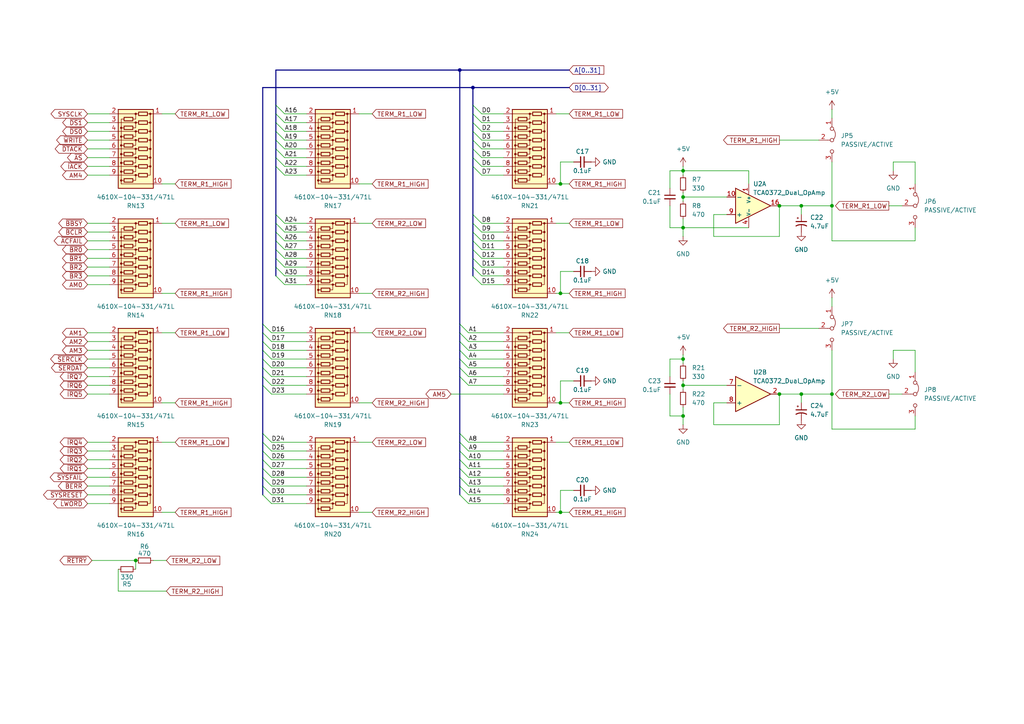
<source format=kicad_sch>
(kicad_sch (version 20231120) (generator "eeschema") (generator_version "8.0")
  (paper "A4")
  (title_block (title "6-Slot Backplane") (rev "1"))
  (lib_symbols
    (symbol "Computie_Miscellaneous:R_Network_Dividers_x08_SIP_Small" (pin_names (offset 0) hide)
      (property "Reference" "RN" (at -12.7 0 90))
      (property "Value" "R_Network_Dividers_x08_SIP_Small" (at 12.7 0 90))
      (symbol "R_Network_Dividers_x08_SIP_Small_1_1"
        (pin passive line (at -10.16 7.62 270) (length 2.54) (name "COM1") (number "1"))
        (pin passive line (at 10.16 7.62 270) (length 2.54) (name "COM2") (number "10"))
        (pin passive line (at -10.16 -7.62 90) (length 2.54) (name "R1") (number "2"))
        (pin passive line (at -7.62 -7.62 90) (length 2.54) (name "R2") (number "3"))
        (pin passive line (at -5.08 -7.62 90) (length 2.54) (name "R3") (number "4"))
        (pin passive line (at -2.54 -7.62 90) (length 2.54) (name "R4") (number "5"))
        (pin passive line (at 0 -7.62 90) (length 2.54) (name "R5") (number "6"))
        (pin passive line (at 2.54 -7.62 90) (length 2.54) (name "R6") (number "7"))
        (pin passive line (at 5.08 -7.62 90) (length 2.54) (name "R7") (number "8"))
        (pin passive line (at 7.62 -7.62 90) (length 2.54) (name "R8") (number "9"))
      )
    )
    (symbol "Computie_Miscellaneous:TCA0372_Dual_OpAmp" (pin_names (offset 0.2))
      (property "Reference" "U" (at 1.27 6.35 0))
      (property "Value" "TCA0372_Dual_OpAmp" (at 1.27 3.81 0))
      (symbol "TCA0372_Dual_OpAmp_1_1"
        (pin power_in line (at 0 6.35 270) (length 3.18) (name "V+") (number "1"))
        (pin input line (at -6.35 2.54 0) (length 2.54) (name "-") (number "10"))
        (pin power_in line (at 0 -6.35 90) (length 3.18) hide (name "V-") (number "12"))
        (pin power_in line (at 0 -6.35 90) (length 3.18) hide (name "V-") (number "13"))
        (pin output line (at 8.89 0 180) (length 2.54) (name "~") (number "16"))
        (pin power_in line (at 0 -6.35 90) (length 3.18) (name "V-") (number "4"))
        (pin power_in line (at 0 -6.35 90) (length 3.18) hide (name "V-") (number "5"))
        (pin input line (at -6.35 -2.54 0) (length 2.54) (name "+") (number "9"))
      )
      (symbol "TCA0372_Dual_OpAmp_2_1"
        (pin output line (at 8.89 0 180) (length 2.54) (name "~") (number "2"))
        (pin input line (at -6.35 2.54 0) (length 2.54) (name "-") (number "7"))
        (pin input line (at -6.35 -2.54 0) (length 2.54) (name "+") (number "8"))
      )
    )
    (symbol "Device:C_Polarized_Small_US" (pin_numbers hide) (pin_names (offset 0.254) hide)
      (property "Reference" "C" (at 0.254 1.778 0))
      (property "Value" "C_Polarized_Small_US" (at 0.254 -2.032 0))
      (symbol "C_Polarized_Small_US_1_1"
        (pin passive line (at 0 2.54 270) (length 2.032) (name "~") (number "1"))
        (pin passive line (at 0 -2.54 90) (length 2.032) (name "~") (number "2"))
      )
    )
    (symbol "Device:C_Small" (pin_numbers hide) (pin_names (offset 0.254) hide)
      (property "Reference" "C" (at 0.254 1.778 0))
      (property "Value" "C_Small" (at 0.254 -2.032 0))
      (symbol "C_Small_1_1"
        (pin passive line (at 0 2.54 270) (length 2.032) (name "~") (number "1"))
        (pin passive line (at 0 -2.54 90) (length 2.032) (name "~") (number "2"))
      )
    )
    (symbol "Device:R_Small" (pin_numbers hide) (pin_names (offset 0.254) hide)
      (property "Reference" "R" (at 0.762 0.508 0))
      (property "Value" "R_Small" (at 0.762 -1.016 0))
      (symbol "R_Small_1_1"
        (pin passive line (at 0 2.54 270) (length 0.762) (name "~") (number "1"))
        (pin passive line (at 0 -2.54 90) (length 0.762) (name "~") (number "2"))
      )
    )
    (symbol "Jumper:Jumper_3_Bridged12" (pin_names (offset 0) hide) (exclude_from_sim yes) (in_bom no)
      (property "Reference" "JP" (at -2.54 -2.54 0))
      (property "Value" "Jumper_3_Bridged12" (at 0 2.794 0))
      (symbol "Jumper_3_Bridged12_1_1"
        (pin passive line (at -6.35 0 0) (length 2.54) (name "A") (number "1"))
        (pin passive line (at 0 -3.81 90) (length 2.54) (name "C") (number "2"))
        (pin passive line (at 6.35 0 180) (length 2.54) (name "B") (number "3"))
      )
    )
    (symbol "power:+5V" (power) (pin_numbers hide) (pin_names (offset 0) hide)
      (property "Value" "+5V" (at 0 3.556 0))
      (symbol "+5V_1_1"
        (pin power_in line (at 0 0 90) (length 0) (name "~") (number "1"))
      )
    )
    (symbol "power:GND" (power) (pin_numbers hide) (pin_names (offset 0) hide)
      (property "Value" "GND" (at 0 -3.81 0))
      (symbol "GND_1_1"
        (pin power_in line (at 0 0 270) (length 0) (name "~") (number "1"))
      )
    )
  )
  (junction (at 162.56 53.34))
  (junction (at 162.56 148.59))
  (junction (at 198.12 57.15))
  (junction (at 137.16 25.4))
  (junction (at 198.12 104.14))
  (junction (at 198.12 111.76))
  (junction (at 226.06 59.69))
  (junction (at 226.06 114.3))
  (junction (at 198.12 66.04))
  (junction (at 162.56 85.09))
  (junction (at 241.3 59.69))
  (junction (at 162.56 116.84))
  (junction (at 198.12 49.53))
  (junction (at 133.35 20.32))
  (junction (at 39.37 162.56))
  (junction (at 241.3 114.3))
  (junction (at 232.41 114.3))
  (junction (at 198.12 120.65))
  (junction (at 232.41 59.69))
  (bus_entry (at 82.55 50.8) (size -2.54 -2.54))
  (bus_entry (at 139.7 80.01) (size -2.54 -2.54))
  (bus_entry (at 82.55 33.02) (size -2.54 -2.54))
  (bus_entry (at 78.74 138.43) (size -2.54 -2.54))
  (bus_entry (at 135.89 99.06) (size -2.54 -2.54))
  (bus_entry (at 139.7 67.31) (size -2.54 -2.54))
  (bus_entry (at 135.89 101.6) (size -2.54 -2.54))
  (bus_entry (at 82.55 38.1) (size -2.54 -2.54))
  (bus_entry (at 78.74 104.14) (size -2.54 -2.54))
  (bus_entry (at 78.74 96.52) (size -2.54 -2.54))
  (bus_entry (at 82.55 82.55) (size -2.54 -2.54))
  (bus_entry (at 82.55 77.47) (size -2.54 -2.54))
  (bus_entry (at 78.74 133.35) (size -2.54 -2.54))
  (bus_entry (at 82.55 43.18) (size -2.54 -2.54))
  (bus_entry (at 139.7 35.56) (size -2.54 -2.54))
  (bus_entry (at 82.55 40.64) (size -2.54 -2.54))
  (bus_entry (at 82.55 72.39) (size -2.54 -2.54))
  (bus_entry (at 82.55 69.85) (size -2.54 -2.54))
  (bus_entry (at 78.74 101.6) (size -2.54 -2.54))
  (bus_entry (at 135.89 133.35) (size -2.54 -2.54))
  (bus_entry (at 78.74 143.51) (size -2.54 -2.54))
  (bus_entry (at 139.7 74.93) (size -2.54 -2.54))
  (bus_entry (at 139.7 82.55) (size -2.54 -2.54))
  (bus_entry (at 78.74 128.27) (size -2.54 -2.54))
  (bus_entry (at 135.89 104.14) (size -2.54 -2.54))
  (bus_entry (at 139.7 48.26) (size -2.54 -2.54))
  (bus_entry (at 139.7 77.47) (size -2.54 -2.54))
  (bus_entry (at 135.89 106.68) (size -2.54 -2.54))
  (bus_entry (at 78.74 146.05) (size -2.54 -2.54))
  (bus_entry (at 139.7 40.64) (size -2.54 -2.54))
  (bus_entry (at 135.89 128.27) (size -2.54 -2.54))
  (bus_entry (at 82.55 64.77) (size -2.54 -2.54))
  (bus_entry (at 135.89 109.22) (size -2.54 -2.54))
  (bus_entry (at 82.55 67.31) (size -2.54 -2.54))
  (bus_entry (at 135.89 96.52) (size -2.54 -2.54))
  (bus_entry (at 78.74 111.76) (size -2.54 -2.54))
  (bus_entry (at 139.7 45.72) (size -2.54 -2.54))
  (bus_entry (at 135.89 111.76) (size -2.54 -2.54))
  (bus_entry (at 78.74 140.97) (size -2.54 -2.54))
  (bus_entry (at 82.55 48.26) (size -2.54 -2.54))
  (bus_entry (at 135.89 146.05) (size -2.54 -2.54))
  (bus_entry (at 78.74 135.89) (size -2.54 -2.54))
  (bus_entry (at 139.7 43.18) (size -2.54 -2.54))
  (bus_entry (at 82.55 35.56) (size -2.54 -2.54))
  (bus_entry (at 135.89 130.81) (size -2.54 -2.54))
  (bus_entry (at 82.55 80.01) (size -2.54 -2.54))
  (bus_entry (at 82.55 45.72) (size -2.54 -2.54))
  (bus_entry (at 139.7 72.39) (size -2.54 -2.54))
  (bus_entry (at 78.74 99.06) (size -2.54 -2.54))
  (bus_entry (at 135.89 138.43) (size -2.54 -2.54))
  (bus_entry (at 139.7 69.85) (size -2.54 -2.54))
  (bus_entry (at 135.89 135.89) (size -2.54 -2.54))
  (bus_entry (at 82.55 74.93) (size -2.54 -2.54))
  (bus_entry (at 78.74 114.3) (size -2.54 -2.54))
  (bus_entry (at 139.7 50.8) (size -2.54 -2.54))
  (bus_entry (at 139.7 38.1) (size -2.54 -2.54))
  (bus_entry (at 78.74 109.22) (size -2.54 -2.54))
  (bus_entry (at 78.74 106.68) (size -2.54 -2.54))
  (bus_entry (at 78.74 130.81) (size -2.54 -2.54))
  (bus_entry (at 139.7 33.02) (size -2.54 -2.54))
  (bus_entry (at 135.89 143.51) (size -2.54 -2.54))
  (bus_entry (at 135.89 140.97) (size -2.54 -2.54))
  (bus_entry (at 139.7 64.77) (size -2.54 -2.54))
  (bus (pts (xy 80.01 69.85) (xy 80.01 72.39)))
  (wire (pts (xy 31.75 67.31) (xy 25.4 67.31)))
  (wire (pts (xy 241.3 69.85) (xy 241.3 59.69)))
  (wire (pts (xy 165.1 148.59) (xy 162.56 148.59)))
  (wire (pts (xy 31.75 50.8) (xy 25.4 50.8)))
  (wire (pts (xy 31.75 45.72) (xy 25.4 45.72)))
  (wire (pts (xy 241.3 59.69) (xy 241.3 46.99)))
  (bus (pts (xy 133.35 93.98) (xy 133.35 96.52)))
  (wire (pts (xy 146.05 72.39) (xy 139.7 72.39)))
  (bus (pts (xy 76.2 130.81) (xy 76.2 133.35)))
  (wire (pts (xy 31.75 135.89) (xy 25.4 135.89)))
  (wire (pts (xy 88.9 67.31) (xy 82.55 67.31)))
  (bus (pts (xy 80.01 64.77) (xy 80.01 67.31)))
  (wire (pts (xy 146.05 111.76) (xy 135.89 111.76)))
  (wire (pts (xy 146.05 106.68) (xy 135.89 106.68)))
  (wire (pts (xy 162.56 142.24) (xy 162.56 148.59)))
  (wire (pts (xy 88.9 130.81) (xy 78.74 130.81)))
  (wire (pts (xy 31.75 133.35) (xy 25.4 133.35)))
  (bus (pts (xy 133.35 138.43) (xy 133.35 140.97)))
  (wire (pts (xy 232.41 114.3) (xy 241.3 114.3)))
  (wire (pts (xy 146.05 133.35) (xy 135.89 133.35)))
  (bus (pts (xy 133.35 125.73) (xy 133.35 128.27)))
  (wire (pts (xy 31.75 82.55) (xy 25.4 82.55)))
  (wire (pts (xy 146.05 130.81) (xy 135.89 130.81)))
  (wire (pts (xy 198.12 110.49) (xy 198.12 111.76)))
  (bus (pts (xy 137.16 43.18) (xy 137.16 45.72)))
  (wire (pts (xy 259.08 49.53) (xy 259.08 46.99)))
  (wire (pts (xy 241.3 86.36) (xy 241.3 88.9)))
  (wire (pts (xy 146.05 109.22) (xy 135.89 109.22)))
  (wire (pts (xy 265.43 46.99) (xy 265.43 53.34)))
  (wire (pts (xy 31.75 33.02) (xy 25.4 33.02)))
  (wire (pts (xy 31.75 43.18) (xy 25.4 43.18)))
  (bus (pts (xy 76.2 128.27) (xy 76.2 130.81)))
  (bus (pts (xy 137.16 45.72) (xy 137.16 48.26)))
  (wire (pts (xy 194.31 54.61) (xy 194.31 49.53)))
  (wire (pts (xy 194.31 66.04) (xy 198.12 66.04)))
  (wire (pts (xy 146.05 128.27) (xy 135.89 128.27)))
  (bus (pts (xy 133.35 135.89) (xy 133.35 138.43)))
  (wire (pts (xy 198.12 118.11) (xy 198.12 120.65)))
  (wire (pts (xy 198.12 49.53) (xy 198.12 50.8)))
  (wire (pts (xy 88.9 128.27) (xy 78.74 128.27)))
  (wire (pts (xy 166.37 110.49) (xy 162.56 110.49)))
  (bus (pts (xy 137.16 40.64) (xy 137.16 43.18)))
  (bus (pts (xy 80.01 33.02) (xy 80.01 35.56)))
  (bus (pts (xy 76.2 106.68) (xy 76.2 109.22)))
  (bus (pts (xy 76.2 104.14) (xy 76.2 106.68)))
  (wire (pts (xy 88.9 104.14) (xy 78.74 104.14)))
  (wire (pts (xy 146.05 35.56) (xy 139.7 35.56)))
  (wire (pts (xy 165.1 128.27) (xy 161.29 128.27)))
  (bus (pts (xy 76.2 93.98) (xy 76.2 96.52)))
  (wire (pts (xy 130.81 114.3) (xy 146.05 114.3)))
  (wire (pts (xy 146.05 77.47) (xy 139.7 77.47)))
  (bus (pts (xy 76.2 96.52) (xy 76.2 99.06)))
  (wire (pts (xy 194.31 59.69) (xy 194.31 66.04)))
  (bus (pts (xy 76.2 138.43) (xy 76.2 140.97)))
  (bus (pts (xy 133.35 96.52) (xy 133.35 99.06)))
  (bus (pts (xy 165.1 25.4) (xy 137.16 25.4)))
  (wire (pts (xy 31.75 143.51) (xy 25.4 143.51)))
  (wire (pts (xy 146.05 48.26) (xy 139.7 48.26)))
  (wire (pts (xy 165.1 85.09) (xy 162.56 85.09)))
  (wire (pts (xy 88.9 64.77) (xy 82.55 64.77)))
  (wire (pts (xy 146.05 135.89) (xy 135.89 135.89)))
  (wire (pts (xy 259.08 101.6) (xy 265.43 101.6)))
  (wire (pts (xy 31.75 74.93) (xy 25.4 74.93)))
  (bus (pts (xy 137.16 74.93) (xy 137.16 77.47)))
  (wire (pts (xy 265.43 101.6) (xy 265.43 107.95)))
  (wire (pts (xy 226.06 59.69) (xy 232.41 59.69)))
  (bus (pts (xy 80.01 35.56) (xy 80.01 38.1)))
  (wire (pts (xy 31.75 69.85) (xy 25.4 69.85)))
  (wire (pts (xy 194.31 49.53) (xy 198.12 49.53)))
  (wire (pts (xy 107.95 85.09) (xy 104.14 85.09)))
  (bus (pts (xy 133.35 106.68) (xy 133.35 104.14)))
  (wire (pts (xy 232.41 114.3) (xy 232.41 116.84)))
  (wire (pts (xy 198.12 111.76) (xy 210.82 111.76)))
  (bus (pts (xy 76.2 99.06) (xy 76.2 101.6)))
  (bus (pts (xy 137.16 33.02) (xy 137.16 35.56)))
  (bus (pts (xy 76.2 133.35) (xy 76.2 135.89)))
  (wire (pts (xy 232.41 59.69) (xy 241.3 59.69)))
  (bus (pts (xy 80.01 43.18) (xy 80.01 45.72)))
  (wire (pts (xy 31.75 77.47) (xy 25.4 77.47)))
  (bus (pts (xy 137.16 64.77) (xy 137.16 67.31)))
  (wire (pts (xy 88.9 138.43) (xy 78.74 138.43)))
  (wire (pts (xy 226.06 114.3) (xy 232.41 114.3)))
  (wire (pts (xy 226.06 40.64) (xy 237.49 40.64)))
  (bus (pts (xy 133.35 109.22) (xy 133.35 125.73)))
  (wire (pts (xy 146.05 140.97) (xy 135.89 140.97)))
  (bus (pts (xy 80.01 45.72) (xy 80.01 48.26)))
  (bus (pts (xy 76.2 101.6) (xy 76.2 104.14)))
  (wire (pts (xy 146.05 64.77) (xy 139.7 64.77)))
  (wire (pts (xy 146.05 33.02) (xy 139.7 33.02)))
  (wire (pts (xy 198.12 111.76) (xy 198.12 113.03)))
  (wire (pts (xy 31.75 140.97) (xy 25.4 140.97)))
  (wire (pts (xy 50.8 128.27) (xy 46.99 128.27)))
  (wire (pts (xy 107.95 116.84) (xy 104.14 116.84)))
  (wire (pts (xy 107.95 64.77) (xy 104.14 64.77)))
  (wire (pts (xy 166.37 78.74) (xy 162.56 78.74)))
  (bus (pts (xy 137.16 69.85) (xy 137.16 72.39)))
  (wire (pts (xy 162.56 46.99) (xy 162.56 53.34)))
  (wire (pts (xy 198.12 57.15) (xy 210.82 57.15)))
  (wire (pts (xy 207.01 116.84) (xy 207.01 123.19)))
  (bus (pts (xy 137.16 25.4) (xy 137.16 30.48)))
  (wire (pts (xy 165.1 64.77) (xy 161.29 64.77)))
  (wire (pts (xy 198.12 57.15) (xy 198.12 58.42)))
  (wire (pts (xy 207.01 123.19) (xy 226.06 123.19)))
  (wire (pts (xy 146.05 143.51) (xy 135.89 143.51)))
  (bus (pts (xy 133.35 140.97) (xy 133.35 143.51)))
  (wire (pts (xy 88.9 72.39) (xy 82.55 72.39)))
  (wire (pts (xy 165.1 33.02) (xy 161.29 33.02)))
  (wire (pts (xy 31.75 35.56) (xy 25.4 35.56)))
  (wire (pts (xy 146.05 69.85) (xy 139.7 69.85)))
  (wire (pts (xy 259.08 104.14) (xy 259.08 101.6)))
  (wire (pts (xy 50.8 33.02) (xy 46.99 33.02)))
  (wire (pts (xy 50.8 148.59) (xy 46.99 148.59)))
  (wire (pts (xy 146.05 67.31) (xy 139.7 67.31)))
  (bus (pts (xy 76.2 135.89) (xy 76.2 138.43)))
  (wire (pts (xy 217.17 49.53) (xy 198.12 49.53)))
  (wire (pts (xy 39.37 162.56) (xy 26.67 162.56)))
  (wire (pts (xy 88.9 101.6) (xy 78.74 101.6)))
  (wire (pts (xy 88.9 69.85) (xy 82.55 69.85)))
  (bus (pts (xy 80.01 20.32) (xy 133.35 20.32)))
  (wire (pts (xy 88.9 106.68) (xy 78.74 106.68)))
  (wire (pts (xy 207.01 62.23) (xy 207.01 68.58)))
  (wire (pts (xy 146.05 80.01) (xy 139.7 80.01)))
  (wire (pts (xy 48.26 162.56) (xy 44.45 162.56)))
  (wire (pts (xy 210.82 62.23) (xy 207.01 62.23)))
  (wire (pts (xy 50.8 85.09) (xy 46.99 85.09)))
  (wire (pts (xy 88.9 111.76) (xy 78.74 111.76)))
  (wire (pts (xy 241.3 31.75) (xy 241.3 34.29)))
  (wire (pts (xy 88.9 146.05) (xy 78.74 146.05)))
  (wire (pts (xy 31.75 128.27) (xy 25.4 128.27)))
  (wire (pts (xy 88.9 82.55) (xy 82.55 82.55)))
  (wire (pts (xy 31.75 96.52) (xy 25.4 96.52)))
  (wire (pts (xy 198.12 55.88) (xy 198.12 57.15)))
  (wire (pts (xy 146.05 104.14) (xy 135.89 104.14)))
  (bus (pts (xy 80.01 67.31) (xy 80.01 69.85)))
  (bus (pts (xy 76.2 25.4) (xy 137.16 25.4)))
  (bus (pts (xy 76.2 111.76) (xy 76.2 125.73)))
  (wire (pts (xy 88.9 143.51) (xy 78.74 143.51)))
  (wire (pts (xy 217.17 53.34) (xy 217.17 49.53)))
  (bus (pts (xy 76.2 125.73) (xy 76.2 128.27)))
  (bus (pts (xy 80.01 77.47) (xy 80.01 80.01)))
  (wire (pts (xy 107.95 53.34) (xy 104.14 53.34)))
  (bus (pts (xy 76.2 93.98) (xy 76.2 25.4)))
  (bus (pts (xy 133.35 133.35) (xy 133.35 135.89)))
  (bus (pts (xy 80.01 74.93) (xy 80.01 77.47)))
  (wire (pts (xy 198.12 120.65) (xy 198.12 123.19)))
  (bus (pts (xy 80.01 48.26) (xy 80.01 62.23)))
  (wire (pts (xy 88.9 135.89) (xy 78.74 135.89)))
  (wire (pts (xy 241.3 114.3) (xy 241.3 101.6)))
  (wire (pts (xy 265.43 120.65) (xy 265.43 124.46)))
  (wire (pts (xy 241.3 69.85) (xy 265.43 69.85)))
  (wire (pts (xy 50.8 96.52) (xy 46.99 96.52)))
  (wire (pts (xy 198.12 48.26) (xy 198.12 49.53)))
  (bus (pts (xy 137.16 30.48) (xy 137.16 33.02)))
  (bus (pts (xy 133.35 20.32) (xy 133.35 93.98)))
  (wire (pts (xy 31.75 138.43) (xy 25.4 138.43)))
  (wire (pts (xy 50.8 116.84) (xy 46.99 116.84)))
  (wire (pts (xy 210.82 116.84) (xy 207.01 116.84)))
  (wire (pts (xy 198.12 63.5) (xy 198.12 66.04)))
  (wire (pts (xy 146.05 50.8) (xy 139.7 50.8)))
  (wire (pts (xy 88.9 140.97) (xy 78.74 140.97)))
  (wire (pts (xy 31.75 99.06) (xy 25.4 99.06)))
  (wire (pts (xy 162.56 78.74) (xy 162.56 85.09)))
  (wire (pts (xy 31.75 64.77) (xy 25.4 64.77)))
  (wire (pts (xy 232.41 59.69) (xy 232.41 62.23)))
  (wire (pts (xy 217.17 66.04) (xy 198.12 66.04)))
  (bus (pts (xy 133.35 104.14) (xy 133.35 101.6)))
  (wire (pts (xy 107.95 33.02) (xy 104.14 33.02)))
  (wire (pts (xy 88.9 38.1) (xy 82.55 38.1)))
  (wire (pts (xy 31.75 48.26) (xy 25.4 48.26)))
  (bus (pts (xy 133.35 109.22) (xy 133.35 106.68)))
  (wire (pts (xy 146.05 96.52) (xy 135.89 96.52)))
  (wire (pts (xy 194.31 114.3) (xy 194.31 120.65)))
  (wire (pts (xy 146.05 45.72) (xy 139.7 45.72)))
  (wire (pts (xy 146.05 101.6) (xy 135.89 101.6)))
  (wire (pts (xy 146.05 99.06) (xy 135.89 99.06)))
  (wire (pts (xy 226.06 95.25) (xy 237.49 95.25)))
  (wire (pts (xy 88.9 50.8) (xy 82.55 50.8)))
  (wire (pts (xy 48.26 171.45) (xy 34.29 171.45)))
  (wire (pts (xy 31.75 38.1) (xy 25.4 38.1)))
  (wire (pts (xy 88.9 96.52) (xy 78.74 96.52)))
  (wire (pts (xy 257.81 114.3) (xy 261.62 114.3)))
  (bus (pts (xy 137.16 35.56) (xy 137.16 38.1)))
  (wire (pts (xy 31.75 130.81) (xy 25.4 130.81)))
  (wire (pts (xy 88.9 48.26) (xy 82.55 48.26)))
  (bus (pts (xy 137.16 38.1) (xy 137.16 40.64)))
  (wire (pts (xy 198.12 102.87) (xy 198.12 104.14)))
  (wire (pts (xy 166.37 142.24) (xy 162.56 142.24)))
  (bus (pts (xy 137.16 72.39) (xy 137.16 74.93)))
  (wire (pts (xy 88.9 109.22) (xy 78.74 109.22)))
  (bus (pts (xy 165.1 20.32) (xy 133.35 20.32)))
  (wire (pts (xy 31.75 114.3) (xy 25.4 114.3)))
  (wire (pts (xy 88.9 74.93) (xy 82.55 74.93)))
  (wire (pts (xy 31.75 109.22) (xy 25.4 109.22)))
  (bus (pts (xy 80.01 30.48) (xy 80.01 33.02)))
  (bus (pts (xy 80.01 72.39) (xy 80.01 74.93)))
  (bus (pts (xy 76.2 109.22) (xy 76.2 111.76)))
  (wire (pts (xy 107.95 128.27) (xy 104.14 128.27)))
  (wire (pts (xy 88.9 80.01) (xy 82.55 80.01)))
  (wire (pts (xy 259.08 46.99) (xy 265.43 46.99)))
  (wire (pts (xy 31.75 111.76) (xy 25.4 111.76)))
  (wire (pts (xy 146.05 43.18) (xy 139.7 43.18)))
  (bus (pts (xy 80.01 62.23) (xy 80.01 64.77)))
  (wire (pts (xy 162.56 53.34) (xy 161.29 53.34)))
  (wire (pts (xy 226.06 123.19) (xy 226.06 114.3)))
  (wire (pts (xy 257.81 59.69) (xy 261.62 59.69)))
  (wire (pts (xy 198.12 104.14) (xy 198.12 105.41)))
  (bus (pts (xy 133.35 130.81) (xy 133.35 133.35)))
  (wire (pts (xy 88.9 45.72) (xy 82.55 45.72)))
  (wire (pts (xy 88.9 43.18) (xy 82.55 43.18)))
  (wire (pts (xy 194.31 120.65) (xy 198.12 120.65)))
  (bus (pts (xy 133.35 101.6) (xy 133.35 99.06)))
  (wire (pts (xy 162.56 110.49) (xy 162.56 116.84)))
  (wire (pts (xy 162.56 116.84) (xy 161.29 116.84)))
  (wire (pts (xy 146.05 138.43) (xy 135.89 138.43)))
  (bus (pts (xy 137.16 48.26) (xy 137.16 62.23)))
  (wire (pts (xy 165.1 116.84) (xy 162.56 116.84)))
  (wire (pts (xy 166.37 46.99) (xy 162.56 46.99)))
  (wire (pts (xy 31.75 146.05) (xy 25.4 146.05)))
  (wire (pts (xy 241.3 124.46) (xy 241.3 114.3)))
  (wire (pts (xy 194.31 109.22) (xy 194.31 104.14)))
  (bus (pts (xy 137.16 62.23) (xy 137.16 64.77)))
  (wire (pts (xy 39.37 162.56) (xy 39.37 165.1)))
  (wire (pts (xy 107.95 96.52) (xy 104.14 96.52)))
  (wire (pts (xy 31.75 40.64) (xy 25.4 40.64)))
  (wire (pts (xy 88.9 99.06) (xy 78.74 99.06)))
  (wire (pts (xy 265.43 66.04) (xy 265.43 69.85)))
  (wire (pts (xy 88.9 77.47) (xy 82.55 77.47)))
  (wire (pts (xy 31.75 72.39) (xy 25.4 72.39)))
  (wire (pts (xy 165.1 53.34) (xy 162.56 53.34)))
  (wire (pts (xy 31.75 104.14) (xy 25.4 104.14)))
  (wire (pts (xy 146.05 146.05) (xy 135.89 146.05)))
  (wire (pts (xy 31.75 106.68) (xy 25.4 106.68)))
  (wire (pts (xy 107.95 148.59) (xy 104.14 148.59)))
  (wire (pts (xy 207.01 68.58) (xy 226.06 68.58)))
  (wire (pts (xy 146.05 74.93) (xy 139.7 74.93)))
  (wire (pts (xy 162.56 148.59) (xy 161.29 148.59)))
  (wire (pts (xy 88.9 33.02) (xy 82.55 33.02)))
  (bus (pts (xy 80.01 20.32) (xy 80.01 30.48)))
  (wire (pts (xy 162.56 85.09) (xy 161.29 85.09)))
  (wire (pts (xy 50.8 64.77) (xy 46.99 64.77)))
  (wire (pts (xy 165.1 96.52) (xy 161.29 96.52)))
  (bus (pts (xy 137.16 77.47) (xy 137.16 80.01)))
  (wire (pts (xy 50.8 53.34) (xy 46.99 53.34)))
  (bus (pts (xy 137.16 67.31) (xy 137.16 69.85)))
  (bus (pts (xy 76.2 140.97) (xy 76.2 143.51)))
  (wire (pts (xy 31.75 80.01) (xy 25.4 80.01)))
  (wire (pts (xy 88.9 114.3) (xy 78.74 114.3)))
  (wire (pts (xy 146.05 82.55) (xy 139.7 82.55)))
  (wire (pts (xy 146.05 38.1) (xy 139.7 38.1)))
  (wire (pts (xy 226.06 68.58) (xy 226.06 59.69)))
  (wire (pts (xy 194.31 104.14) (xy 198.12 104.14)))
  (wire (pts (xy 34.29 165.1) (xy 34.29 171.45)))
  (wire (pts (xy 88.9 133.35) (xy 78.74 133.35)))
  (wire (pts (xy 88.9 35.56) (xy 82.55 35.56)))
  (wire (pts (xy 146.05 40.64) (xy 139.7 40.64)))
  (wire (pts (xy 31.75 101.6) (xy 25.4 101.6)))
  (bus (pts (xy 80.01 38.1) (xy 80.01 40.64)))
  (wire (pts (xy 198.12 66.04) (xy 198.12 68.58)))
  (bus (pts (xy 80.01 40.64) (xy 80.01 43.18)))
  (wire (pts (xy 88.9 40.64) (xy 82.55 40.64)))
  (wire (pts (xy 241.3 124.46) (xy 265.43 124.46)))
  (bus (pts (xy 133.35 128.27) (xy 133.35 130.81)))
  (label "D26" (at 78.74 133.35 0))
  (label "D22" (at 78.74 111.76 0))
  (label "D29" (at 78.74 140.97 0))
  (label "D14" (at 139.7 80.01 0))
  (label "A27" (at 82.55 72.39 0))
  (label "A9" (at 135.89 130.81 0))
  (label "D2" (at 139.7 38.1 0))
  (label "A20" (at 82.55 43.18 0))
  (label "D8" (at 139.7 64.77 0))
  (label "A19" (at 82.55 40.64 0))
  (label "D0" (at 139.7 33.02 0))
  (label "A10" (at 135.89 133.35 0))
  (label "A4" (at 135.89 104.14 0))
  (label "A2" (at 135.89 99.06 0))
  (label "D24" (at 78.74 128.27 0))
  (label "A13" (at 135.89 140.97 0))
  (label "A12" (at 135.89 138.43 0))
  (label "A25" (at 82.55 67.31 0))
  (label "A17" (at 82.55 35.56 0))
  (label "D25" (at 78.74 130.81 0))
  (label "D31" (at 78.74 146.05 0))
  (label "D9" (at 139.7 67.31 0))
  (label "A8" (at 135.89 128.27 0))
  (label "D30" (at 78.74 143.51 0))
  (label "A31" (at 82.55 82.55 0))
  (label "A7" (at 135.89 111.76 0))
  (label "D13" (at 139.7 77.47 0))
  (label "A5" (at 135.89 106.68 0))
  (label "D20" (at 78.74 106.68 0))
  (label "D17" (at 78.74 99.06 0))
  (label "D28" (at 78.74 138.43 0))
  (label "D19" (at 78.74 104.14 0))
  (label "A14" (at 135.89 143.51 0))
  (label "A26" (at 82.55 69.85 0))
  (label "D4" (at 139.7 43.18 0))
  (label "D15" (at 139.7 82.55 0))
  (label "D21" (at 78.74 109.22 0))
  (label "D23" (at 78.74 114.3 0))
  (label "A16" (at 82.55 33.02 0))
  (label "A15" (at 135.89 146.05 0))
  (label "A3" (at 135.89 101.6 0))
  (label "D12" (at 139.7 74.93 0))
  (label "D27" (at 78.74 135.89 0))
  (label "D1" (at 139.7 35.56 0))
  (label "D18" (at 78.74 101.6 0))
  (label "D7" (at 139.7 50.8 0))
  (label "A22" (at 82.55 48.26 0))
  (label "A1" (at 135.89 96.52 0))
  (label "A11" (at 135.89 135.89 0))
  (label "A6" (at 135.89 109.22 0))
  (label "D16" (at 78.74 96.52 0))
  (label "A23" (at 82.55 50.8 0))
  (label "D5" (at 139.7 45.72 0))
  (label "D3" (at 139.7 40.64 0))
  (label "A24" (at 82.55 64.77 0))
  (label "A29" (at 82.55 77.47 0))
  (label "A18" (at 82.55 38.1 0))
  (label "A28" (at 82.55 74.93 0))
  (label "D10" (at 139.7 69.85 0))
  (label "D6" (at 139.7 48.26 0))
  (label "D11" (at 139.7 72.39 0))
  (label "A21" (at 82.55 45.72 0))
  (label "A30" (at 82.55 80.01 0))
  (global_label "TERM_R2_HIGH" (shape input) (at 107.95 148.59 0) (property "Intersheetrefs" "${INTERSHEET_REFS}" (effects (hide yes))))
  (global_label "~{IRQ1}" (shape bidirectional) (at 25.4 135.89 180) (property "Intersheetrefs" "${INTERSHEET_REFS}" (effects (hide yes))))
  (global_label "~{IRQ2}" (shape bidirectional) (at 25.4 133.35 180) (property "Intersheetrefs" "${INTERSHEET_REFS}" (effects (hide yes))))
  (global_label "TERM_R1_HIGH" (shape input) (at 165.1 148.59 0) (property "Intersheetrefs" "${INTERSHEET_REFS}" (effects (hide yes))))
  (global_label "~{BR2}" (shape bidirectional) (at 25.4 77.47 180) (property "Intersheetrefs" "${INTERSHEET_REFS}" (effects (hide yes))))
  (global_label "~{BR0}" (shape bidirectional) (at 25.4 72.39 180) (property "Intersheetrefs" "${INTERSHEET_REFS}" (effects (hide yes))))
  (global_label "AM5" (shape bidirectional) (at 130.81 114.3 180) (property "Intersheetrefs" "${INTERSHEET_REFS}" (effects (hide yes))))
  (global_label "TERM_R1_LOW" (shape input) (at 107.95 33.02 0) (property "Intersheetrefs" "${INTERSHEET_REFS}" (effects (hide yes))))
  (global_label "TERM_R2_LOW" (shape input) (at 48.26 162.56 0) (property "Intersheetrefs" "${INTERSHEET_REFS}" (effects (hide yes))))
  (global_label "TERM_R2_LOW" (shape output) (at 257.81 114.3 180) (property "Intersheetrefs" "${INTERSHEET_REFS}" (effects (hide yes))))
  (global_label "~{IRQ5}" (shape bidirectional) (at 25.4 114.3 180) (property "Intersheetrefs" "${INTERSHEET_REFS}" (effects (hide yes))))
  (global_label "~{BR3}" (shape bidirectional) (at 25.4 80.01 180) (property "Intersheetrefs" "${INTERSHEET_REFS}" (effects (hide yes))))
  (global_label "~{RETRY}" (shape bidirectional) (at 26.67 162.56 180) (property "Intersheetrefs" "${INTERSHEET_REFS}" (effects (hide yes))))
  (global_label "TERM_R1_LOW" (shape input) (at 165.1 33.02 0) (property "Intersheetrefs" "${INTERSHEET_REFS}" (effects (hide yes))))
  (global_label "~{DS0}" (shape bidirectional) (at 25.4 38.1 180) (property "Intersheetrefs" "${INTERSHEET_REFS}" (effects (hide yes))))
  (global_label "~{BBSY}" (shape bidirectional) (at 25.4 64.77 180) (property "Intersheetrefs" "${INTERSHEET_REFS}" (effects (hide yes))))
  (global_label "~{WRITE}" (shape bidirectional) (at 25.4 40.64 180) (property "Intersheetrefs" "${INTERSHEET_REFS}" (effects (hide yes))))
  (global_label "~{BR1}" (shape bidirectional) (at 25.4 74.93 180) (property "Intersheetrefs" "${INTERSHEET_REFS}" (effects (hide yes))))
  (global_label "~{BCLR}" (shape bidirectional) (at 25.4 67.31 180) (property "Intersheetrefs" "${INTERSHEET_REFS}" (effects (hide yes))))
  (global_label "TERM_R2_HIGH" (shape input) (at 48.26 171.45 0) (property "Intersheetrefs" "${INTERSHEET_REFS}" (effects (hide yes))))
  (global_label "~{DS1}" (shape bidirectional) (at 25.4 35.56 180) (property "Intersheetrefs" "${INTERSHEET_REFS}" (effects (hide yes))))
  (global_label "A[0..31]" (shape input) (at 165.1 20.32 0) (property "Intersheetrefs" "${INTERSHEET_REFS}" (effects (hide yes))))
  (global_label "TERM_R1_LOW" (shape input) (at 165.1 64.77 0) (property "Intersheetrefs" "${INTERSHEET_REFS}" (effects (hide yes))))
  (global_label "~{IACK}" (shape bidirectional) (at 25.4 48.26 180) (property "Intersheetrefs" "${INTERSHEET_REFS}" (effects (hide yes))))
  (global_label "~{SYSFAIL}" (shape bidirectional) (at 25.4 138.43 180) (property "Intersheetrefs" "${INTERSHEET_REFS}" (effects (hide yes))))
  (global_label "TERM_R2_LOW" (shape input) (at 107.95 64.77 0) (property "Intersheetrefs" "${INTERSHEET_REFS}" (effects (hide yes))))
  (global_label "TERM_R1_HIGH" (shape output) (at 226.06 40.64 180) (property "Intersheetrefs" "${INTERSHEET_REFS}" (effects (hide yes))))
  (global_label "~{DTACK}" (shape bidirectional) (at 25.4 43.18 180) (property "Intersheetrefs" "${INTERSHEET_REFS}" (effects (hide yes))))
  (global_label "TERM_R1_LOW" (shape input) (at 50.8 33.02 0) (property "Intersheetrefs" "${INTERSHEET_REFS}" (effects (hide yes))))
  (global_label "TERM_R1_LOW" (shape input) (at 165.1 96.52 0) (property "Intersheetrefs" "${INTERSHEET_REFS}" (effects (hide yes))))
  (global_label "~{AS}" (shape bidirectional) (at 25.4 45.72 180) (property "Intersheetrefs" "${INTERSHEET_REFS}" (effects (hide yes))))
  (global_label "TERM_R1_HIGH" (shape input) (at 50.8 148.59 0) (property "Intersheetrefs" "${INTERSHEET_REFS}" (effects (hide yes))))
  (global_label "AM3" (shape bidirectional) (at 25.4 101.6 180) (property "Intersheetrefs" "${INTERSHEET_REFS}" (effects (hide yes))))
  (global_label "TERM_R2_LOW" (shape input) (at 107.95 128.27 0) (property "Intersheetrefs" "${INTERSHEET_REFS}" (effects (hide yes))))
  (global_label "SYSCLK" (shape bidirectional) (at 25.4 33.02 180) (property "Intersheetrefs" "${INTERSHEET_REFS}" (effects (hide yes))))
  (global_label "~{IRQ6}" (shape bidirectional) (at 25.4 111.76 180) (property "Intersheetrefs" "${INTERSHEET_REFS}" (effects (hide yes))))
  (global_label "AM4" (shape bidirectional) (at 25.4 50.8 180) (property "Intersheetrefs" "${INTERSHEET_REFS}" (effects (hide yes))))
  (global_label "TERM_R1_LOW" (shape input) (at 50.8 64.77 0) (property "Intersheetrefs" "${INTERSHEET_REFS}" (effects (hide yes))))
  (global_label "TERM_R2_LOW" (shape input) (at 107.95 96.52 0) (property "Intersheetrefs" "${INTERSHEET_REFS}" (effects (hide yes))))
  (global_label "~{IRQ3}" (shape bidirectional) (at 25.4 130.81 180) (property "Intersheetrefs" "${INTERSHEET_REFS}" (effects (hide yes))))
  (global_label "TERM_R1_HIGH" (shape input) (at 165.1 116.84 0) (property "Intersheetrefs" "${INTERSHEET_REFS}" (effects (hide yes))))
  (global_label "TERM_R1_HIGH" (shape input) (at 165.1 53.34 0) (property "Intersheetrefs" "${INTERSHEET_REFS}" (effects (hide yes))))
  (global_label "TERM_R1_HIGH" (shape input) (at 107.95 53.34 0) (property "Intersheetrefs" "${INTERSHEET_REFS}" (effects (hide yes))))
  (global_label "TERM_R2_HIGH" (shape input) (at 107.95 85.09 0) (property "Intersheetrefs" "${INTERSHEET_REFS}" (effects (hide yes))))
  (global_label "TERM_R1_LOW" (shape input) (at 50.8 96.52 0) (property "Intersheetrefs" "${INTERSHEET_REFS}" (effects (hide yes))))
  (global_label "TERM_R1_HIGH" (shape input) (at 50.8 116.84 0) (property "Intersheetrefs" "${INTERSHEET_REFS}" (effects (hide yes))))
  (global_label "~{BERR}" (shape bidirectional) (at 25.4 140.97 180) (property "Intersheetrefs" "${INTERSHEET_REFS}" (effects (hide yes))))
  (global_label "~{ACFAIL}" (shape bidirectional) (at 25.4 69.85 180) (property "Intersheetrefs" "${INTERSHEET_REFS}" (effects (hide yes))))
  (global_label "~{SYSRESET}" (shape bidirectional) (at 25.4 143.51 180) (property "Intersheetrefs" "${INTERSHEET_REFS}" (effects (hide yes))))
  (global_label "TERM_R1_HIGH" (shape input) (at 50.8 85.09 0) (property "Intersheetrefs" "${INTERSHEET_REFS}" (effects (hide yes))))
  (global_label "~{SERCLK}" (shape bidirectional) (at 25.4 104.14 180) (property "Intersheetrefs" "${INTERSHEET_REFS}" (effects (hide yes))))
  (global_label "D[0..31]" (shape bidirectional) (at 165.1 25.4 0) (property "Intersheetrefs" "${INTERSHEET_REFS}" (effects (hide yes))))
  (global_label "AM0" (shape bidirectional) (at 25.4 82.55 180) (property "Intersheetrefs" "${INTERSHEET_REFS}" (effects (hide yes))))
  (global_label "TERM_R2_HIGH" (shape input) (at 107.95 116.84 0) (property "Intersheetrefs" "${INTERSHEET_REFS}" (effects (hide yes))))
  (global_label "~{IRQ4}" (shape bidirectional) (at 25.4 128.27 180) (property "Intersheetrefs" "${INTERSHEET_REFS}" (effects (hide yes))))
  (global_label "TERM_R1_HIGH" (shape input) (at 165.1 85.09 0) (property "Intersheetrefs" "${INTERSHEET_REFS}" (effects (hide yes))))
  (global_label "TERM_R2_HIGH" (shape output) (at 226.06 95.25 180) (property "Intersheetrefs" "${INTERSHEET_REFS}" (effects (hide yes))))
  (global_label "TERM_R1_HIGH" (shape input) (at 50.8 53.34 0) (property "Intersheetrefs" "${INTERSHEET_REFS}" (effects (hide yes))))
  (global_label "~{SERDAT}" (shape bidirectional) (at 25.4 106.68 180) (property "Intersheetrefs" "${INTERSHEET_REFS}" (effects (hide yes))))
  (global_label "TERM_R1_LOW" (shape input) (at 165.1 128.27 0) (property "Intersheetrefs" "${INTERSHEET_REFS}" (effects (hide yes))))
  (global_label "~{LWORD}" (shape bidirectional) (at 25.4 146.05 180) (property "Intersheetrefs" "${INTERSHEET_REFS}" (effects (hide yes))))
  (global_label "TERM_R1_LOW" (shape input) (at 50.8 128.27 0) (property "Intersheetrefs" "${INTERSHEET_REFS}" (effects (hide yes))))
  (global_label "~{IRQ7}" (shape bidirectional) (at 25.4 109.22 180) (property "Intersheetrefs" "${INTERSHEET_REFS}" (effects (hide yes))))
  (global_label "AM1" (shape bidirectional) (at 25.4 96.52 180) (property "Intersheetrefs" "${INTERSHEET_REFS}" (effects (hide yes))))
  (global_label "TERM_R1_LOW" (shape output) (at 257.81 59.69 180) (property "Intersheetrefs" "${INTERSHEET_REFS}" (effects (hide yes))))
  (global_label "AM2" (shape bidirectional) (at 25.4 99.06 180) (property "Intersheetrefs" "${INTERSHEET_REFS}" (effects (hide yes))))
  (symbol (lib_id "power:GND") (at 171.45 110.49 90) (unit 1)
    (property "Reference" "#PWR028" (effects (hide yes)))
    (property "Value" "GND" (at 174.752 110.49 90) (effects (justify right)))
    (property "Description" "Power symbol creates a global label with name \"GND\" , ground" (effects (hide yes)))
  )
  (symbol (lib_id "Device:R_Small") (at 198.12 107.95 0) (unit 1)
    (property "Reference" "R21" (at 200.66 106.6799 0) (effects (justify left)))
    (property "Value" "330" (at 200.66 109.2199 0) (effects (justify left)))
    (property "Footprint" "Resistor_SMD:R_0805_2012Metric_Pad1.20x1.40mm_HandSolder" (effects (hide yes)))
    (property "Description" "Resistor, small symbol" (effects (hide yes)))
  )
  (symbol (lib_id "Jumper:Jumper_3_Bridged12") (at 265.43 59.69 270) (unit 1) (exclude_from_sim yes) (in_bom no)
    (property "Reference" "JP6" (at 267.97 58.4199 90) (effects (justify left)))
    (property "Value" "PASSIVE/ACTIVE" (at 267.97 60.9599 90) (effects (justify left)))
    (property "Footprint" "Connector_PinHeader_2.54mm:PinHeader_1x02_P2.54mm_Vertical" (effects (hide yes)))
    (property "Description" "Jumper, 3-pole, pins 1+2 closed/bridged" (effects (hide yes)))
  )
  (symbol (lib_id "Computie_Miscellaneous:R_Network_Dividers_x08_SIP_Small") (at 96.52 138.43 270) (unit 1)
    (property "Reference" "RN20" (at 96.52 154.94 90))
    (property "Value" "4610X-104-331/471L" (at 96.52 152.4 90))
    (property "Footprint" "Connector_PinHeader_2.54mm:PinHeader_1x10_P2.54mm_Vertical" (effects (hide yes)))
    (property "Datasheet" "http://www.vishay.com/docs/31509/csc.pdf" (effects (hide yes)))
    (property "Description" "8 voltage divider network, dual terminator, SIP package" (effects (hide yes)))
  )
  (symbol (lib_id "power:GND") (at 198.12 123.19 0) (unit 1)
    (property "Reference" "#PWR084" (effects (hide yes)))
    (property "Value" "GND" (at 198.12 128.27 0))
    (property "Description" "Power symbol creates a global label with name \"GND\" , ground" (effects (hide yes)))
  )
  (symbol (lib_id "Device:C_Small") (at 168.91 110.49 270) (unit 1)
    (property "Reference" "C19" (at 168.91 107.442 90))
    (property "Value" "0.1uF" (at 168.91 113.03 90))
    (property "Description" "Unpolarized capacitor, small symbol" (effects (hide yes)))
  )
  (symbol (lib_id "Device:C_Polarized_Small_US") (at 232.41 64.77 0) (unit 1)
    (property "Reference" "C22" (at 234.95 63.0681 0) (effects (justify left)))
    (property "Value" "4.7uF" (at 234.95 65.6081 0) (effects (justify left)))
    (property "Footprint" "Capacitor_THT:CP_Radial_D5.0mm_P2.00mm" (effects (hide yes)))
    (property "Description" "Polarized capacitor, small US symbol" (effects (hide yes)))
  )
  (symbol (lib_id "power:GND") (at 259.08 104.14 0) (unit 1)
    (property "Reference" "#PWR087" (effects (hide yes)))
    (property "Value" "GND" (at 259.08 109.22 0))
    (property "Description" "Power symbol creates a global label with name \"GND\" , ground" (effects (hide yes)))
  )
  (symbol (lib_id "power:+5V") (at 198.12 102.87 0) (unit 1)
    (property "Reference" "#PWR083" (effects (hide yes)))
    (property "Value" "+5V" (at 198.12 97.79 0))
    (property "Description" "Power symbol creates a global label with name \"+5V\"" (effects (hide yes)))
  )
  (symbol (lib_id "power:GND") (at 198.12 68.58 0) (unit 1)
    (property "Reference" "#PWR031" (effects (hide yes)))
    (property "Value" "GND" (at 198.12 73.66 0))
    (property "Description" "Power symbol creates a global label with name \"GND\" , ground" (effects (hide yes)))
  )
  (symbol (lib_id "Jumper:Jumper_3_Bridged12") (at 265.43 114.3 270) (unit 1) (exclude_from_sim yes) (in_bom no)
    (property "Reference" "JP8" (at 267.97 113.0299 90) (effects (justify left)))
    (property "Value" "PASSIVE/ACTIVE" (at 267.97 115.5699 90) (effects (justify left)))
    (property "Footprint" "Connector_PinHeader_2.54mm:PinHeader_1x02_P2.54mm_Vertical" (effects (hide yes)))
    (property "Description" "Jumper, 3-pole, pins 1+2 closed/bridged" (effects (hide yes)))
  )
  (symbol (lib_id "Computie_Miscellaneous:R_Network_Dividers_x08_SIP_Small") (at 96.52 43.18 270) (unit 1)
    (property "Reference" "RN17" (at 96.52 59.69 90))
    (property "Value" "4610X-104-331/471L" (at 96.52 57.15 90))
    (property "Footprint" "Connector_PinHeader_2.54mm:PinHeader_1x10_P2.54mm_Vertical" (effects (hide yes)))
    (property "Datasheet" "http://www.vishay.com/docs/31509/csc.pdf" (effects (hide yes)))
    (property "Description" "8 voltage divider network, dual terminator, SIP package" (effects (hide yes)))
  )
  (symbol (lib_id "Computie_Miscellaneous:TCA0372_Dual_OpAmp") (at 217.17 59.69 0) (unit 1)
    (property "Reference" "U2" (at 218.44 53.34 0) (effects (justify left)))
    (property "Value" "TCA0372_Dual_OpAmp" (at 218.44 55.88 0) (effects (justify left)))
    (property "Footprint" "Package_SO:SOIC-16W_7.5x10.3mm_P1.27mm" (effects (hide yes)))
    (property "Description" "Dual Operational Amplifier, generic symbol, Alternate KiCAD Library" (effects (hide yes)))
  )
  (symbol (lib_id "Device:R_Small") (at 198.12 60.96 0) (unit 1)
    (property "Reference" "R8" (at 200.66 59.6899 0) (effects (justify left)))
    (property "Value" "470" (at 200.66 62.2299 0) (effects (justify left)))
    (property "Footprint" "Resistor_SMD:R_0805_2012Metric_Pad1.20x1.40mm_HandSolder" (effects (hide yes)))
    (property "Description" "Resistor, small symbol" (effects (hide yes)))
  )
  (symbol (lib_id "Device:C_Small") (at 168.91 78.74 270) (unit 1)
    (property "Reference" "C18" (at 168.91 75.692 90))
    (property "Value" "0.1uF" (at 168.91 81.28 90))
    (property "Description" "Unpolarized capacitor, small symbol" (effects (hide yes)))
  )
  (symbol (lib_id "Device:C_Small") (at 194.31 111.76 0) (mirror y) (unit 1)
    (property "Reference" "C23" (at 191.77 110.4962 0) (effects (justify left)))
    (property "Value" "0.1uF" (at 191.77 113.0362 0) (effects (justify left)))
    (property "Description" "Unpolarized capacitor, small symbol" (effects (hide yes)))
  )
  (symbol (lib_id "Device:R_Small") (at 41.91 162.56 270) (mirror x) (unit 1)
    (property "Reference" "R6" (at 41.91 158.496 90))
    (property "Value" "470" (at 41.91 160.528 90))
    (property "Footprint" "Resistor_SMD:R_0805_2012Metric_Pad1.20x1.40mm_HandSolder" (effects (hide yes)))
    (property "Description" "Resistor, small symbol" (effects (hide yes)))
  )
  (symbol (lib_id "power:GND") (at 171.45 142.24 90) (unit 1)
    (property "Reference" "#PWR029" (effects (hide yes)))
    (property "Value" "GND" (at 174.752 142.24 90) (effects (justify right)))
    (property "Description" "Power symbol creates a global label with name \"GND\" , ground" (effects (hide yes)))
  )
  (symbol (lib_id "power:GND") (at 232.41 67.31 0) (unit 1)
    (property "Reference" "#PWR032" (effects (hide yes)))
    (property "Value" "GND" (at 232.41 72.39 0))
    (property "Description" "Power symbol creates a global label with name \"GND\" , ground" (effects (hide yes)))
  )
  (symbol (lib_id "power:+5V") (at 241.3 86.36 0) (unit 1)
    (property "Reference" "#PWR086" (effects (hide yes)))
    (property "Value" "+5V" (at 241.3 81.28 0))
    (property "Description" "Power symbol creates a global label with name \"+5V\"" (effects (hide yes)))
  )
  (symbol (lib_id "power:GND") (at 171.45 78.74 90) (unit 1)
    (property "Reference" "#PWR027" (effects (hide yes)))
    (property "Value" "GND" (at 174.752 78.74 90) (effects (justify right)))
    (property "Description" "Power symbol creates a global label with name \"GND\" , ground" (effects (hide yes)))
  )
  (symbol (lib_id "power:GND") (at 259.08 49.53 0) (unit 1)
    (property "Reference" "#PWR034" (effects (hide yes)))
    (property "Value" "GND" (at 259.08 54.61 0))
    (property "Description" "Power symbol creates a global label with name \"GND\" , ground" (effects (hide yes)))
  )
  (symbol (lib_id "Computie_Miscellaneous:R_Network_Dividers_x08_SIP_Small") (at 153.67 106.68 270) (unit 1)
    (property "Reference" "RN23" (at 153.67 123.19 90))
    (property "Value" "4610X-104-331/471L" (at 153.67 120.65 90))
    (property "Footprint" "Connector_PinHeader_2.54mm:PinHeader_1x10_P2.54mm_Vertical" (effects (hide yes)))
    (property "Datasheet" "http://www.vishay.com/docs/31509/csc.pdf" (effects (hide yes)))
    (property "Description" "8 voltage divider network, dual terminator, SIP package" (effects (hide yes)))
  )
  (symbol (lib_id "Computie_Miscellaneous:R_Network_Dividers_x08_SIP_Small") (at 39.37 106.68 270) (unit 1)
    (property "Reference" "RN15" (at 39.37 123.19 90))
    (property "Value" "4610X-104-331/471L" (at 39.37 120.65 90))
    (property "Footprint" "Connector_PinHeader_2.54mm:PinHeader_1x10_P2.54mm_Vertical" (effects (hide yes)))
    (property "Datasheet" "http://www.vishay.com/docs/31509/csc.pdf" (effects (hide yes)))
    (property "Description" "8 voltage divider network, dual terminator, SIP package" (effects (hide yes)))
  )
  (symbol (lib_id "Computie_Miscellaneous:R_Network_Dividers_x08_SIP_Small") (at 153.67 74.93 270) (unit 1)
    (property "Reference" "RN22" (at 153.67 91.44 90))
    (property "Value" "4610X-104-331/471L" (at 153.67 88.9 90))
    (property "Footprint" "Connector_PinHeader_2.54mm:PinHeader_1x10_P2.54mm_Vertical" (effects (hide yes)))
    (property "Datasheet" "http://www.vishay.com/docs/31509/csc.pdf" (effects (hide yes)))
    (property "Description" "8 voltage divider network, dual terminator, SIP package" (effects (hide yes)))
  )
  (symbol (lib_id "Computie_Miscellaneous:R_Network_Dividers_x08_SIP_Small") (at 153.67 43.18 270) (unit 1)
    (property "Reference" "RN21" (at 153.67 59.69 90))
    (property "Value" "4610X-104-331/471L" (at 153.67 57.15 90))
    (property "Footprint" "Connector_PinHeader_2.54mm:PinHeader_1x10_P2.54mm_Vertical" (effects (hide yes)))
    (property "Datasheet" "http://www.vishay.com/docs/31509/csc.pdf" (effects (hide yes)))
    (property "Description" "8 voltage divider network, dual terminator, SIP package" (effects (hide yes)))
  )
  (symbol (lib_id "Computie_Miscellaneous:R_Network_Dividers_x08_SIP_Small") (at 39.37 74.93 270) (unit 1)
    (property "Reference" "RN14" (at 39.37 91.44 90))
    (property "Value" "4610X-104-331/471L" (at 39.37 88.9 90))
    (property "Footprint" "Connector_PinHeader_2.54mm:PinHeader_1x10_P2.54mm_Vertical" (effects (hide yes)))
    (property "Datasheet" "http://www.vishay.com/docs/31509/csc.pdf" (effects (hide yes)))
    (property "Description" "8 voltage divider network, dual terminator, SIP package" (effects (hide yes)))
  )
  (symbol (lib_id "Device:C_Small") (at 168.91 46.99 270) (unit 1)
    (property "Reference" "C17" (at 168.91 43.942 90))
    (property "Value" "0.1uF" (at 168.91 49.53 90))
    (property "Description" "Unpolarized capacitor, small symbol" (effects (hide yes)))
  )
  (symbol (lib_id "Computie_Miscellaneous:R_Network_Dividers_x08_SIP_Small") (at 39.37 138.43 270) (unit 1)
    (property "Reference" "RN16" (at 39.37 154.94 90))
    (property "Value" "4610X-104-331/471L" (at 39.37 152.4 90))
    (property "Footprint" "Connector_PinHeader_2.54mm:PinHeader_1x10_P2.54mm_Vertical" (effects (hide yes)))
    (property "Datasheet" "http://www.vishay.com/docs/31509/csc.pdf" (effects (hide yes)))
    (property "Description" "8 voltage divider network, dual terminator, SIP package" (effects (hide yes)))
  )
  (symbol (lib_id "Computie_Miscellaneous:R_Network_Dividers_x08_SIP_Small") (at 39.37 43.18 270) (unit 1)
    (property "Reference" "RN13" (at 39.37 59.69 90))
    (property "Value" "4610X-104-331/471L" (at 39.37 57.15 90))
    (property "Footprint" "Connector_PinHeader_2.54mm:PinHeader_1x10_P2.54mm_Vertical" (effects (hide yes)))
    (property "Datasheet" "http://www.vishay.com/docs/31509/csc.pdf" (effects (hide yes)))
    (property "Description" "8 voltage divider network, dual terminator, SIP package" (effects (hide yes)))
  )
  (symbol (lib_id "Device:C_Small") (at 194.31 57.15 0) (mirror y) (unit 1)
    (property "Reference" "C21" (at 191.77 55.8862 0) (effects (justify left)))
    (property "Value" "0.1uF" (at 191.77 58.4262 0) (effects (justify left)))
    (property "Description" "Unpolarized capacitor, small symbol" (effects (hide yes)))
  )
  (symbol (lib_id "Computie_Miscellaneous:R_Network_Dividers_x08_SIP_Small") (at 96.52 106.68 270) (unit 1)
    (property "Reference" "RN19" (at 96.52 123.19 90))
    (property "Value" "4610X-104-331/471L" (at 96.52 120.65 90))
    (property "Footprint" "Connector_PinHeader_2.54mm:PinHeader_1x10_P2.54mm_Vertical" (effects (hide yes)))
    (property "Datasheet" "http://www.vishay.com/docs/31509/csc.pdf" (effects (hide yes)))
    (property "Description" "8 voltage divider network, dual terminator, SIP package" (effects (hide yes)))
  )
  (symbol (lib_id "Jumper:Jumper_3_Bridged12") (at 241.3 95.25 270) (unit 1) (exclude_from_sim yes) (in_bom no)
    (property "Reference" "JP7" (at 243.84 93.9799 90) (effects (justify left)))
    (property "Value" "PASSIVE/ACTIVE" (at 243.84 96.5199 90) (effects (justify left)))
    (property "Footprint" "Connector_PinHeader_2.54mm:PinHeader_1x02_P2.54mm_Vertical" (effects (hide yes)))
    (property "Description" "Jumper, 3-pole, pins 1+2 closed/bridged" (effects (hide yes)))
  )
  (symbol (lib_id "power:GND") (at 232.41 121.92 0) (unit 1)
    (property "Reference" "#PWR085" (effects (hide yes)))
    (property "Value" "GND" (at 232.41 127 0))
    (property "Description" "Power symbol creates a global label with name \"GND\" , ground" (effects (hide yes)))
  )
  (symbol (lib_id "Device:R_Small") (at 198.12 115.57 0) (unit 1)
    (property "Reference" "R22" (at 200.66 114.2999 0) (effects (justify left)))
    (property "Value" "470" (at 200.66 116.8399 0) (effects (justify left)))
    (property "Footprint" "Resistor_SMD:R_0805_2012Metric_Pad1.20x1.40mm_HandSolder" (effects (hide yes)))
    (property "Description" "Resistor, small symbol" (effects (hide yes)))
  )
  (symbol (lib_id "Computie_Miscellaneous:R_Network_Dividers_x08_SIP_Small") (at 153.67 138.43 270) (unit 1)
    (property "Reference" "RN24" (at 153.67 154.94 90))
    (property "Value" "4610X-104-331/471L" (at 153.67 152.4 90))
    (property "Footprint" "Connector_PinHeader_2.54mm:PinHeader_1x10_P2.54mm_Vertical" (effects (hide yes)))
    (property "Datasheet" "http://www.vishay.com/docs/31509/csc.pdf" (effects (hide yes)))
    (property "Description" "8 voltage divider network, dual terminator, SIP package" (effects (hide yes)))
  )
  (symbol (lib_id "Computie_Miscellaneous:R_Network_Dividers_x08_SIP_Small") (at 96.52 74.93 270) (unit 1)
    (property "Reference" "RN18" (at 96.52 91.44 90))
    (property "Value" "4610X-104-331/471L" (at 96.52 88.9 90))
    (property "Footprint" "Connector_PinHeader_2.54mm:PinHeader_1x10_P2.54mm_Vertical" (effects (hide yes)))
    (property "Datasheet" "http://www.vishay.com/docs/31509/csc.pdf" (effects (hide yes)))
    (property "Description" "8 voltage divider network, dual terminator, SIP package" (effects (hide yes)))
  )
  (symbol (lib_id "power:+5V") (at 198.12 48.26 0) (unit 1)
    (property "Reference" "#PWR030" (effects (hide yes)))
    (property "Value" "+5V" (at 198.12 43.18 0))
    (property "Description" "Power symbol creates a global label with name \"+5V\"" (effects (hide yes)))
  )
  (symbol (lib_id "Device:R_Small") (at 198.12 53.34 0) (unit 1)
    (property "Reference" "R7" (at 200.66 52.0699 0) (effects (justify left)))
    (property "Value" "330" (at 200.66 54.6099 0) (effects (justify left)))
    (property "Footprint" "Resistor_SMD:R_0805_2012Metric_Pad1.20x1.40mm_HandSolder" (effects (hide yes)))
    (property "Description" "Resistor, small symbol" (effects (hide yes)))
  )
  (symbol (lib_id "Device:C_Polarized_Small_US") (at 232.41 119.38 0) (unit 1)
    (property "Reference" "C24" (at 234.95 117.6781 0) (effects (justify left)))
    (property "Value" "4.7uF" (at 234.95 120.2181 0) (effects (justify left)))
    (property "Footprint" "Capacitor_THT:CP_Radial_D5.0mm_P2.00mm" (effects (hide yes)))
    (property "Description" "Polarized capacitor, small US symbol" (effects (hide yes)))
  )
  (symbol (lib_id "power:GND") (at 171.45 46.99 90) (unit 1)
    (property "Reference" "#PWR026" (effects (hide yes)))
    (property "Value" "GND" (at 174.752 46.99 90) (effects (justify right)))
    (property "Description" "Power symbol creates a global label with name \"GND\" , ground" (effects (hide yes)))
  )
  (symbol (lib_id "Device:R_Small") (at 36.83 165.1 270) (mirror x) (unit 1)
    (property "Reference" "R5" (at 36.83 169.418 90))
    (property "Value" "330" (at 36.83 167.386 90))
    (property "Footprint" "Resistor_SMD:R_0805_2012Metric_Pad1.20x1.40mm_HandSolder" (effects (hide yes)))
    (property "Description" "Resistor, small symbol" (effects (hide yes)))
  )
  (symbol (lib_id "power:+5V") (at 241.3 31.75 0) (unit 1)
    (property "Reference" "#PWR033" (effects (hide yes)))
    (property "Value" "+5V" (at 241.3 26.67 0))
    (property "Description" "Power symbol creates a global label with name \"+5V\"" (effects (hide yes)))
  )
  (symbol (lib_id "Jumper:Jumper_3_Bridged12") (at 241.3 40.64 270) (unit 1) (exclude_from_sim yes) (in_bom no)
    (property "Reference" "JP5" (at 243.84 39.3699 90) (effects (justify left)))
    (property "Value" "PASSIVE/ACTIVE" (at 243.84 41.9099 90) (effects (justify left)))
    (property "Footprint" "Connector_PinHeader_2.54mm:PinHeader_1x02_P2.54mm_Vertical" (effects (hide yes)))
    (property "Description" "Jumper, 3-pole, pins 1+2 closed/bridged" (effects (hide yes)))
  )
  (symbol (lib_id "Computie_Miscellaneous:TCA0372_Dual_OpAmp") (at 217.17 114.3 0) (unit 2)
    (property "Reference" "U2" (at 218.44 107.95 0) (effects (justify left)))
    (property "Value" "TCA0372_Dual_OpAmp" (at 218.44 110.49 0) (effects (justify left)))
    (property "Footprint" "Package_SO:SOIC-16W_7.5x10.3mm_P1.27mm" (effects (hide yes)))
    (property "Description" "Dual Operational Amplifier, generic symbol, Alternate KiCAD Library" (effects (hide yes)))
  )
  (symbol (lib_id "Device:C_Small") (at 168.91 142.24 270) (unit 1)
    (property "Reference" "C20" (at 168.91 139.192 90))
    (property "Value" "0.1uF" (at 168.91 144.78 90))
    (property "Description" "Unpolarized capacitor, small symbol" (effects (hide yes)))
  )
)
</source>
